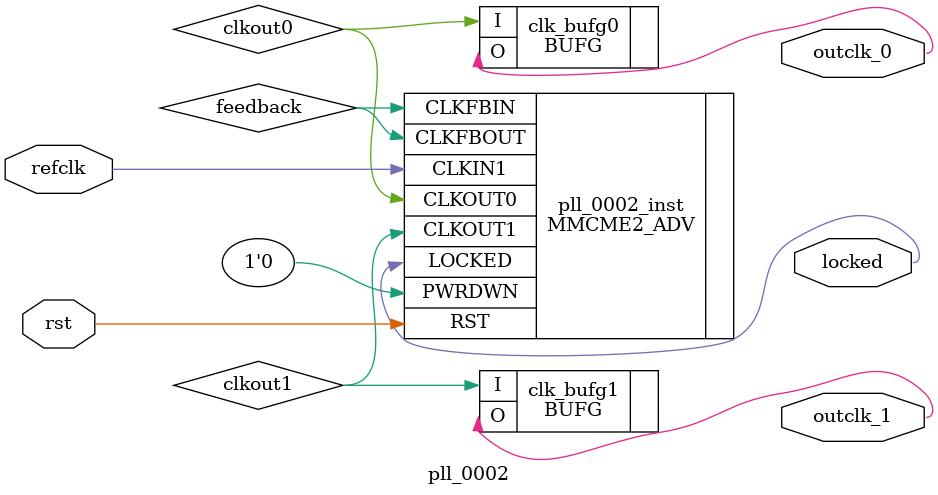
<source format=v>
`timescale 1ns/10ps
module  pll_0002 (
	input  wire refclk,
	input  wire rst,
	output wire outclk_0,
	output wire outclk_1,
	output wire locked
);

    wire feedback;
	wire clkout0;
	wire clkout1;
	
	MMCME2_ADV #(
		.BANDWIDTH("OPTIMIZED"),
		.CLKFBOUT_MULT_F(27.250),
		.CLKIN1_PERIOD(20.0),
		.CLKOUT0_DIVIDE_F(12.0), // 50*27.25/12 ~= 113.541666...
		.CLKOUT0_PHASE(8'd0),
		.CLKOUT1_DIVIDE(8'd48),  // 50*27.25/48 ~= 28.38541666...
		.CLKOUT1_PHASE(8'd0),
		.DIVCLK_DIVIDE(8'd1),
		.REF_JITTER1(0.01),
		.STARTUP_WAIT("FALSE")
	) pll_0002_inst (
		.CLKFBIN   (feedback),
		.CLKIN1    (refclk),
		.PWRDWN    (1'b0),
		.RST       (rst),
		.CLKFBOUT  (feedback),
		.CLKOUT0   (clkout0),
		.CLKOUT1   (clkout1),
		.LOCKED    (locked)
	);

	BUFG clk_bufg0 (.I(clkout0), .O(outclk_0));
	BUFG clk_bufg1 (.I(clkout1), .O(outclk_1));

endmodule


</source>
